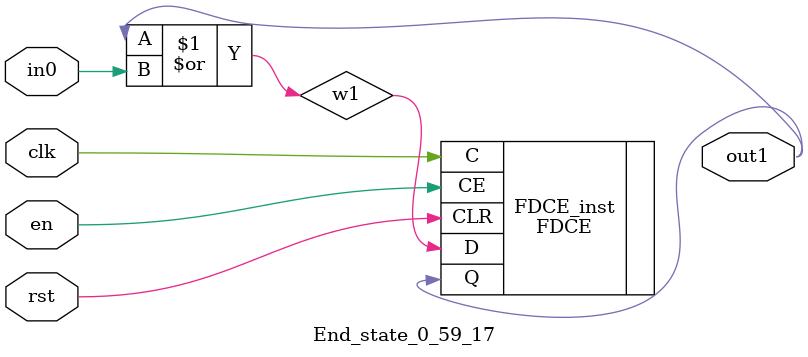
<source format=v>
module engine_0_59(out,clk,sod,en, in_1, in_4, in_5, in_8, in_9, in_16, in_17, in_19, in_20, in_35, in_36, in_110);
//pcre: /folder\s*=\s*\x22shell\x3a/i
//block char: \x20[8], O[0], L[0], S[0], H[0], r[0], e[0], d[0], =[0], f[0], \x3A[8], \x22[8], 

	input clk,sod,en;

	input in_1, in_4, in_5, in_8, in_9, in_16, in_17, in_19, in_20, in_35, in_36, in_110;
	output out;

	assign w0 = 1'b1;
	state_0_59_1 BlockState_0_59_1 (w1,in_35,clk,en,sod,w0);
	state_0_59_2 BlockState_0_59_2 (w2,in_4,clk,en,sod,w1);
	state_0_59_3 BlockState_0_59_3 (w3,in_5,clk,en,sod,w2);
	state_0_59_4 BlockState_0_59_4 (w4,in_19,clk,en,sod,w3);
	state_0_59_5 BlockState_0_59_5 (w5,in_17,clk,en,sod,w4);
	state_0_59_6 BlockState_0_59_6 (w6,in_16,clk,en,sod,w5);
	state_0_59_7 BlockState_0_59_7 (w7,in_1,clk,en,sod,w7,w6);
	state_0_59_8 BlockState_0_59_8 (w8,in_20,clk,en,sod,w6,w7);
	state_0_59_9 BlockState_0_59_9 (w9,in_1,clk,en,sod,w9,w8);
	state_0_59_10 BlockState_0_59_10 (w10,in_110,clk,en,sod,w8,w9);
	state_0_59_11 BlockState_0_59_11 (w11,in_8,clk,en,sod,w10);
	state_0_59_12 BlockState_0_59_12 (w12,in_9,clk,en,sod,w11);
	state_0_59_13 BlockState_0_59_13 (w13,in_17,clk,en,sod,w12);
	state_0_59_14 BlockState_0_59_14 (w14,in_5,clk,en,sod,w13);
	state_0_59_15 BlockState_0_59_15 (w15,in_5,clk,en,sod,w14);
	state_0_59_16 BlockState_0_59_16 (w16,in_36,clk,en,sod,w15);
	End_state_0_59_17 BlockState_0_59_17 (out,clk,en,sod,w16);
endmodule

module state_0_59_1(out1,in_char,clk,en,rst,in0);
	input in_char,clk,en,rst,in0;
	output out1;
	wire w1,w2;
	assign w1 = in0; 
	and(w2,in_char,w1);
	FDCE #(.INIT(1'b0)) FDCE_inst (
		.Q(out1),
		.C(clk),
		.CE(en),
		.CLR(rst),
		.D(w2)
);
endmodule

module state_0_59_2(out1,in_char,clk,en,rst,in0);
	input in_char,clk,en,rst,in0;
	output out1;
	wire w1,w2;
	assign w1 = in0; 
	and(w2,in_char,w1);
	FDCE #(.INIT(1'b0)) FDCE_inst (
		.Q(out1),
		.C(clk),
		.CE(en),
		.CLR(rst),
		.D(w2)
);
endmodule

module state_0_59_3(out1,in_char,clk,en,rst,in0);
	input in_char,clk,en,rst,in0;
	output out1;
	wire w1,w2;
	assign w1 = in0; 
	and(w2,in_char,w1);
	FDCE #(.INIT(1'b0)) FDCE_inst (
		.Q(out1),
		.C(clk),
		.CE(en),
		.CLR(rst),
		.D(w2)
);
endmodule

module state_0_59_4(out1,in_char,clk,en,rst,in0);
	input in_char,clk,en,rst,in0;
	output out1;
	wire w1,w2;
	assign w1 = in0; 
	and(w2,in_char,w1);
	FDCE #(.INIT(1'b0)) FDCE_inst (
		.Q(out1),
		.C(clk),
		.CE(en),
		.CLR(rst),
		.D(w2)
);
endmodule

module state_0_59_5(out1,in_char,clk,en,rst,in0);
	input in_char,clk,en,rst,in0;
	output out1;
	wire w1,w2;
	assign w1 = in0; 
	and(w2,in_char,w1);
	FDCE #(.INIT(1'b0)) FDCE_inst (
		.Q(out1),
		.C(clk),
		.CE(en),
		.CLR(rst),
		.D(w2)
);
endmodule

module state_0_59_6(out1,in_char,clk,en,rst,in0);
	input in_char,clk,en,rst,in0;
	output out1;
	wire w1,w2;
	assign w1 = in0; 
	and(w2,in_char,w1);
	FDCE #(.INIT(1'b0)) FDCE_inst (
		.Q(out1),
		.C(clk),
		.CE(en),
		.CLR(rst),
		.D(w2)
);
endmodule

module state_0_59_7(out1,in_char,clk,en,rst,in0,in1);
	input in_char,clk,en,rst,in0,in1;
	output out1;
	wire w1,w2;
	or(w1,in0,in1);
	and(w2,in_char,w1);
	FDCE #(.INIT(1'b0)) FDCE_inst (
		.Q(out1),
		.C(clk),
		.CE(en),
		.CLR(rst),
		.D(w2)
);
endmodule

module state_0_59_8(out1,in_char,clk,en,rst,in0,in1);
	input in_char,clk,en,rst,in0,in1;
	output out1;
	wire w1,w2;
	or(w1,in0,in1);
	and(w2,in_char,w1);
	FDCE #(.INIT(1'b0)) FDCE_inst (
		.Q(out1),
		.C(clk),
		.CE(en),
		.CLR(rst),
		.D(w2)
);
endmodule

module state_0_59_9(out1,in_char,clk,en,rst,in0,in1);
	input in_char,clk,en,rst,in0,in1;
	output out1;
	wire w1,w2;
	or(w1,in0,in1);
	and(w2,in_char,w1);
	FDCE #(.INIT(1'b0)) FDCE_inst (
		.Q(out1),
		.C(clk),
		.CE(en),
		.CLR(rst),
		.D(w2)
);
endmodule

module state_0_59_10(out1,in_char,clk,en,rst,in0,in1);
	input in_char,clk,en,rst,in0,in1;
	output out1;
	wire w1,w2;
	or(w1,in0,in1);
	and(w2,in_char,w1);
	FDCE #(.INIT(1'b0)) FDCE_inst (
		.Q(out1),
		.C(clk),
		.CE(en),
		.CLR(rst),
		.D(w2)
);
endmodule

module state_0_59_11(out1,in_char,clk,en,rst,in0);
	input in_char,clk,en,rst,in0;
	output out1;
	wire w1,w2;
	assign w1 = in0; 
	and(w2,in_char,w1);
	FDCE #(.INIT(1'b0)) FDCE_inst (
		.Q(out1),
		.C(clk),
		.CE(en),
		.CLR(rst),
		.D(w2)
);
endmodule

module state_0_59_12(out1,in_char,clk,en,rst,in0);
	input in_char,clk,en,rst,in0;
	output out1;
	wire w1,w2;
	assign w1 = in0; 
	and(w2,in_char,w1);
	FDCE #(.INIT(1'b0)) FDCE_inst (
		.Q(out1),
		.C(clk),
		.CE(en),
		.CLR(rst),
		.D(w2)
);
endmodule

module state_0_59_13(out1,in_char,clk,en,rst,in0);
	input in_char,clk,en,rst,in0;
	output out1;
	wire w1,w2;
	assign w1 = in0; 
	and(w2,in_char,w1);
	FDCE #(.INIT(1'b0)) FDCE_inst (
		.Q(out1),
		.C(clk),
		.CE(en),
		.CLR(rst),
		.D(w2)
);
endmodule

module state_0_59_14(out1,in_char,clk,en,rst,in0);
	input in_char,clk,en,rst,in0;
	output out1;
	wire w1,w2;
	assign w1 = in0; 
	and(w2,in_char,w1);
	FDCE #(.INIT(1'b0)) FDCE_inst (
		.Q(out1),
		.C(clk),
		.CE(en),
		.CLR(rst),
		.D(w2)
);
endmodule

module state_0_59_15(out1,in_char,clk,en,rst,in0);
	input in_char,clk,en,rst,in0;
	output out1;
	wire w1,w2;
	assign w1 = in0; 
	and(w2,in_char,w1);
	FDCE #(.INIT(1'b0)) FDCE_inst (
		.Q(out1),
		.C(clk),
		.CE(en),
		.CLR(rst),
		.D(w2)
);
endmodule

module state_0_59_16(out1,in_char,clk,en,rst,in0);
	input in_char,clk,en,rst,in0;
	output out1;
	wire w1,w2;
	assign w1 = in0; 
	and(w2,in_char,w1);
	FDCE #(.INIT(1'b0)) FDCE_inst (
		.Q(out1),
		.C(clk),
		.CE(en),
		.CLR(rst),
		.D(w2)
);
endmodule

module End_state_0_59_17(out1,clk,en,rst,in0);
	input clk,rst,en,in0;
	output out1;
	wire w1;
	or(w1,out1,in0);
	FDCE #(.INIT(1'b0)) FDCE_inst (
		.Q(out1),
		.C(clk),
		.CE(en),
		.CLR(rst),
		.D(w1)
);
endmodule


</source>
